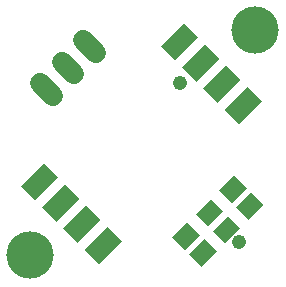
<source format=gts>
G75*
%MOIN*%
%OFA0B0*%
%FSLAX24Y24*%
%IPPOS*%
%LPD*%
%AMOC8*
5,1,8,0,0,1.08239X$1,22.5*
%
%ADD10C,0.1575*%
%ADD11R,0.0680X0.1080*%
%ADD12C,0.0680*%
%ADD13R,0.0592X0.0710*%
%ADD14C,0.0476*%
D10*
X002033Y001600D03*
X009533Y009100D03*
D11*
G36*
X007846Y008642D02*
X008327Y008161D01*
X007564Y007398D01*
X007083Y007879D01*
X007846Y008642D01*
G37*
G36*
X007139Y009349D02*
X007620Y008868D01*
X006857Y008105D01*
X006376Y008586D01*
X007139Y009349D01*
G37*
G36*
X008553Y007935D02*
X009034Y007454D01*
X008271Y006691D01*
X007790Y007172D01*
X008553Y007935D01*
G37*
G36*
X009260Y007228D02*
X009741Y006747D01*
X008978Y005984D01*
X008497Y006465D01*
X009260Y007228D01*
G37*
G36*
X003886Y003268D02*
X004367Y002787D01*
X003604Y002024D01*
X003123Y002505D01*
X003886Y003268D01*
G37*
G36*
X003179Y003975D02*
X003660Y003494D01*
X002897Y002731D01*
X002416Y003212D01*
X003179Y003975D01*
G37*
G36*
X002472Y004682D02*
X002953Y004201D01*
X002190Y003438D01*
X001709Y003919D01*
X002472Y004682D01*
G37*
G36*
X004593Y002561D02*
X005074Y002080D01*
X004311Y001317D01*
X003830Y001798D01*
X004593Y002561D01*
G37*
D12*
X002788Y006931D02*
X002364Y007355D01*
X003071Y008062D02*
X003495Y007638D01*
X004203Y008345D02*
X003778Y008769D01*
D13*
G36*
X008743Y003348D02*
X008324Y003767D01*
X008825Y004268D01*
X009244Y003849D01*
X008743Y003348D01*
G37*
G36*
X009300Y002791D02*
X008881Y003210D01*
X009382Y003711D01*
X009801Y003292D01*
X009300Y002791D01*
G37*
G36*
X008521Y002012D02*
X008102Y002431D01*
X008603Y002932D01*
X009022Y002513D01*
X008521Y002012D01*
G37*
G36*
X007741Y001232D02*
X007322Y001651D01*
X007823Y002152D01*
X008242Y001733D01*
X007741Y001232D01*
G37*
G36*
X007185Y001789D02*
X006766Y002208D01*
X007267Y002709D01*
X007686Y002290D01*
X007185Y001789D01*
G37*
G36*
X007964Y002568D02*
X007545Y002987D01*
X008046Y003488D01*
X008465Y003069D01*
X007964Y002568D01*
G37*
D14*
X008983Y002050D03*
X007033Y007350D03*
M02*

</source>
